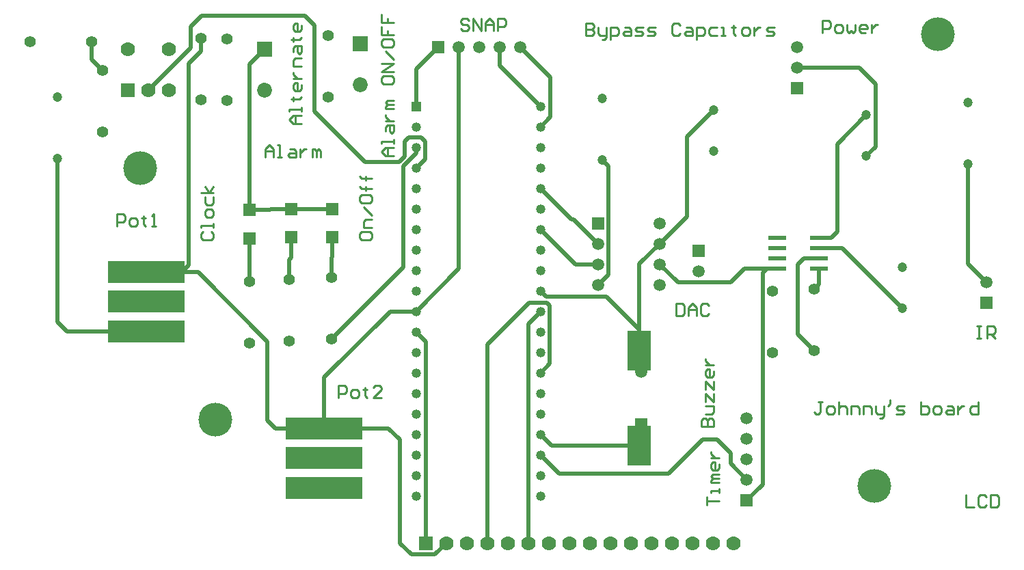
<source format=gtl>
G04*
G04 #@! TF.GenerationSoftware,Altium Limited,Altium Designer,20.0.9 (164)*
G04*
G04 Layer_Physical_Order=1*
G04 Layer_Color=255*
%FSLAX25Y25*%
%MOIN*%
G70*
G01*
G75*
%ADD17C,0.01000*%
%ADD18R,0.37500X0.11000*%
%ADD19R,0.11811X0.19685*%
%ADD20R,0.05906X0.05906*%
%ADD21R,0.08661X0.02362*%
%ADD38C,0.02000*%
%ADD39C,0.07000*%
%ADD40R,0.07000X0.07000*%
%ADD41C,0.16500*%
%ADD42C,0.04724*%
%ADD43C,0.05906*%
%ADD44R,0.05906X0.05906*%
%ADD45C,0.05512*%
%ADD46R,0.04661X0.04661*%
%ADD47C,0.04661*%
%ADD48R,0.07284X0.07284*%
%ADD49C,0.07284*%
%ADD50C,0.06500*%
D17*
X465500Y-156502D02*
X467499D01*
X466500D01*
Y-162500D01*
X465500D01*
X467499D01*
X470498D02*
Y-156502D01*
X473497D01*
X474497Y-157502D01*
Y-159501D01*
X473497Y-160501D01*
X470498D01*
X472498D02*
X474497Y-162500D01*
X331252Y-205250D02*
X337250D01*
Y-202251D01*
X336250Y-201251D01*
X335251D01*
X334251Y-202251D01*
Y-205250D01*
Y-202251D01*
X333251Y-201251D01*
X332252D01*
X331252Y-202251D01*
Y-205250D01*
X333251Y-199252D02*
X336250D01*
X337250Y-198252D01*
Y-195253D01*
X333251D01*
Y-193254D02*
Y-189255D01*
X337250Y-193254D01*
Y-189255D01*
X333251Y-187256D02*
Y-183257D01*
X337250Y-187256D01*
Y-183257D01*
Y-178259D02*
Y-180258D01*
X336250Y-181258D01*
X334251D01*
X333251Y-180258D01*
Y-178259D01*
X334251Y-177259D01*
X335251D01*
Y-181258D01*
X333251Y-175260D02*
X337250D01*
X335251D01*
X334251Y-174260D01*
X333251Y-173260D01*
Y-172261D01*
X318750Y-145252D02*
Y-151250D01*
X321749D01*
X322749Y-150250D01*
Y-146252D01*
X321749Y-145252D01*
X318750D01*
X324748Y-151250D02*
Y-147251D01*
X326747Y-145252D01*
X328747Y-147251D01*
Y-151250D01*
Y-148251D01*
X324748D01*
X334745Y-146252D02*
X333745Y-145252D01*
X331746D01*
X330746Y-146252D01*
Y-150250D01*
X331746Y-151250D01*
X333745D01*
X334745Y-150250D01*
X333752Y-243750D02*
Y-239751D01*
Y-241751D01*
X339750D01*
Y-237752D02*
Y-235753D01*
Y-236752D01*
X335751D01*
Y-237752D01*
X339750Y-232753D02*
X335751D01*
Y-231754D01*
X336751Y-230754D01*
X339750D01*
X336751D01*
X335751Y-229754D01*
X336751Y-228755D01*
X339750D01*
Y-223757D02*
Y-225756D01*
X338750Y-226755D01*
X336751D01*
X335751Y-225756D01*
Y-223757D01*
X336751Y-222757D01*
X337751D01*
Y-226755D01*
X335751Y-220757D02*
X339750D01*
X337751D01*
X336751Y-219758D01*
X335751Y-218758D01*
Y-217758D01*
X164502Y-111501D02*
Y-113500D01*
X165502Y-114500D01*
X169500D01*
X170500Y-113500D01*
Y-111501D01*
X169500Y-110501D01*
X165502D01*
X164502Y-111501D01*
X170500Y-108502D02*
X166501D01*
Y-105503D01*
X167501Y-104503D01*
X170500D01*
Y-102504D02*
X166501Y-98505D01*
X164502Y-93507D02*
Y-95506D01*
X165502Y-96506D01*
X169500D01*
X170500Y-95506D01*
Y-93507D01*
X169500Y-92507D01*
X165502D01*
X164502Y-93507D01*
X170500Y-89508D02*
X165502D01*
X167501D01*
Y-90508D01*
Y-88508D01*
Y-89508D01*
X165502D01*
X164502Y-88508D01*
X170500Y-84510D02*
X165502D01*
X167501D01*
Y-85509D01*
Y-83510D01*
Y-84510D01*
X165502D01*
X164502Y-83510D01*
X118500Y-74000D02*
Y-70001D01*
X120499Y-68002D01*
X122499Y-70001D01*
Y-74000D01*
Y-71001D01*
X118500D01*
X124498Y-74000D02*
X126497D01*
X125498D01*
Y-68002D01*
X124498D01*
X130496Y-70001D02*
X132495D01*
X133495Y-71001D01*
Y-74000D01*
X130496D01*
X129496Y-73000D01*
X130496Y-72001D01*
X133495D01*
X135494Y-70001D02*
Y-74000D01*
Y-72001D01*
X136494Y-71001D01*
X137494Y-70001D01*
X138494D01*
X141493Y-74000D02*
Y-70001D01*
X142492D01*
X143492Y-71001D01*
Y-74000D01*
Y-71001D01*
X144492Y-70001D01*
X145491Y-71001D01*
Y-74000D01*
X88002Y-110501D02*
X87002Y-111501D01*
Y-113500D01*
X88002Y-114500D01*
X92000D01*
X93000Y-113500D01*
Y-111501D01*
X92000Y-110501D01*
X93000Y-108502D02*
Y-106503D01*
Y-107502D01*
X87002D01*
Y-108502D01*
X93000Y-102504D02*
Y-100505D01*
X92000Y-99505D01*
X90001D01*
X89001Y-100505D01*
Y-102504D01*
X90001Y-103504D01*
X92000D01*
X93000Y-102504D01*
X89001Y-93507D02*
Y-96506D01*
X90001Y-97505D01*
X92000D01*
X93000Y-96506D01*
Y-93507D01*
Y-91507D02*
X87002D01*
X91001D02*
X89001Y-88508D01*
X91001Y-91507D02*
X93000Y-88508D01*
X181250Y-73250D02*
X177251D01*
X175252Y-71251D01*
X177251Y-69251D01*
X181250D01*
X178251D01*
Y-73250D01*
X181250Y-67252D02*
Y-65253D01*
Y-66252D01*
X175252D01*
Y-67252D01*
X177251Y-61254D02*
Y-59254D01*
X178251Y-58255D01*
X181250D01*
Y-61254D01*
X180250Y-62253D01*
X179251Y-61254D01*
Y-58255D01*
X177251Y-56256D02*
X181250D01*
X179251D01*
X178251Y-55256D01*
X177251Y-54256D01*
Y-53256D01*
X181250Y-50257D02*
X177251D01*
Y-49258D01*
X178251Y-48258D01*
X181250D01*
X178251D01*
X177251Y-47258D01*
X178251Y-46259D01*
X181250D01*
X175252Y-35262D02*
Y-37262D01*
X176252Y-38261D01*
X180250D01*
X181250Y-37262D01*
Y-35262D01*
X180250Y-34263D01*
X176252D01*
X175252Y-35262D01*
X181250Y-32263D02*
X175252D01*
X181250Y-28264D01*
X175252D01*
X181250Y-26265D02*
X177251Y-22266D01*
X175252Y-17268D02*
Y-19267D01*
X176252Y-20267D01*
X180250D01*
X181250Y-19267D01*
Y-17268D01*
X180250Y-16268D01*
X176252D01*
X175252Y-17268D01*
Y-10270D02*
Y-14269D01*
X178251D01*
Y-12270D01*
Y-14269D01*
X181250D01*
X175252Y-4272D02*
Y-8271D01*
X178251D01*
Y-6272D01*
Y-8271D01*
X181250D01*
X136250Y-57750D02*
X132251D01*
X130252Y-55751D01*
X132251Y-53751D01*
X136250D01*
X133251D01*
Y-57750D01*
X136250Y-51752D02*
Y-49753D01*
Y-50752D01*
X130252D01*
Y-51752D01*
X131252Y-45754D02*
X132251D01*
Y-46754D01*
Y-44754D01*
Y-45754D01*
X135250D01*
X136250Y-44754D01*
Y-38756D02*
Y-40756D01*
X135250Y-41755D01*
X133251D01*
X132251Y-40756D01*
Y-38756D01*
X133251Y-37756D01*
X134251D01*
Y-41755D01*
X132251Y-35757D02*
X136250D01*
X134251D01*
X133251Y-34757D01*
X132251Y-33758D01*
Y-32758D01*
X136250Y-29759D02*
X132251D01*
Y-26760D01*
X133251Y-25760D01*
X136250D01*
X132251Y-22761D02*
Y-20762D01*
X133251Y-19762D01*
X136250D01*
Y-22761D01*
X135250Y-23761D01*
X134251Y-22761D01*
Y-19762D01*
X131252Y-16763D02*
X132251D01*
Y-17763D01*
Y-15764D01*
Y-16763D01*
X135250D01*
X136250Y-15764D01*
Y-9765D02*
Y-11765D01*
X135250Y-12765D01*
X133251D01*
X132251Y-11765D01*
Y-9765D01*
X133251Y-8766D01*
X134251D01*
Y-12765D01*
X274750Y-8753D02*
Y-14751D01*
X277749D01*
X278749Y-13751D01*
Y-12751D01*
X277749Y-11752D01*
X274750D01*
X277749D01*
X278749Y-10752D01*
Y-9752D01*
X277749Y-8753D01*
X274750D01*
X280748Y-10752D02*
Y-13751D01*
X281748Y-14751D01*
X284747D01*
Y-15750D01*
X283747Y-16750D01*
X282747D01*
X284747Y-14751D02*
Y-10752D01*
X286746Y-16750D02*
Y-10752D01*
X289745D01*
X290745Y-11752D01*
Y-13751D01*
X289745Y-14751D01*
X286746D01*
X293744Y-10752D02*
X295743D01*
X296743Y-11752D01*
Y-14751D01*
X293744D01*
X292744Y-13751D01*
X293744Y-12751D01*
X296743D01*
X298742Y-14751D02*
X301741D01*
X302741Y-13751D01*
X301741Y-12751D01*
X299742D01*
X298742Y-11752D01*
X299742Y-10752D01*
X302741D01*
X304740Y-14751D02*
X307739D01*
X308739Y-13751D01*
X307739Y-12751D01*
X305740D01*
X304740Y-11752D01*
X305740Y-10752D01*
X308739D01*
X320735Y-9752D02*
X319735Y-8753D01*
X317736D01*
X316736Y-9752D01*
Y-13751D01*
X317736Y-14751D01*
X319735D01*
X320735Y-13751D01*
X323734Y-10752D02*
X325733D01*
X326733Y-11752D01*
Y-14751D01*
X323734D01*
X322734Y-13751D01*
X323734Y-12751D01*
X326733D01*
X328732Y-16750D02*
Y-10752D01*
X331732D01*
X332731Y-11752D01*
Y-13751D01*
X331732Y-14751D01*
X328732D01*
X338729Y-10752D02*
X335730D01*
X334731Y-11752D01*
Y-13751D01*
X335730Y-14751D01*
X338729D01*
X340729D02*
X342728D01*
X341728D01*
Y-10752D01*
X340729D01*
X346727Y-9752D02*
Y-10752D01*
X345727D01*
X347726D01*
X346727D01*
Y-13751D01*
X347726Y-14751D01*
X351725D02*
X353724D01*
X354724Y-13751D01*
Y-11752D01*
X353724Y-10752D01*
X351725D01*
X350725Y-11752D01*
Y-13751D01*
X351725Y-14751D01*
X356723Y-10752D02*
Y-14751D01*
Y-12751D01*
X357723Y-11752D01*
X358723Y-10752D01*
X359722D01*
X362721Y-14751D02*
X365721D01*
X366720Y-13751D01*
X365721Y-12751D01*
X363721D01*
X362721Y-11752D01*
X363721Y-10752D01*
X366720D01*
X390250Y-13250D02*
Y-7252D01*
X393249D01*
X394249Y-8252D01*
Y-10251D01*
X393249Y-11251D01*
X390250D01*
X397248Y-13250D02*
X399247D01*
X400247Y-12250D01*
Y-10251D01*
X399247Y-9251D01*
X397248D01*
X396248Y-10251D01*
Y-12250D01*
X397248Y-13250D01*
X402246Y-9251D02*
Y-12250D01*
X403246Y-13250D01*
X404246Y-12250D01*
X405245Y-13250D01*
X406245Y-12250D01*
Y-9251D01*
X411243Y-13250D02*
X409244D01*
X408244Y-12250D01*
Y-10251D01*
X409244Y-9251D01*
X411243D01*
X412243Y-10251D01*
Y-11251D01*
X408244D01*
X414242Y-9251D02*
Y-13250D01*
Y-11251D01*
X415242Y-10251D01*
X416242Y-9251D01*
X417241D01*
X217749Y-7252D02*
X216749Y-6252D01*
X214750D01*
X213750Y-7252D01*
Y-8251D01*
X214750Y-9251D01*
X216749D01*
X217749Y-10251D01*
Y-11250D01*
X216749Y-12250D01*
X214750D01*
X213750Y-11250D01*
X219748Y-12250D02*
Y-6252D01*
X223747Y-12250D01*
Y-6252D01*
X225746Y-12250D02*
Y-8251D01*
X227746Y-6252D01*
X229745Y-8251D01*
Y-12250D01*
Y-9251D01*
X225746D01*
X231744Y-12250D02*
Y-6252D01*
X234743D01*
X235743Y-7252D01*
Y-9251D01*
X234743Y-10251D01*
X231744D01*
X460250Y-238752D02*
Y-244750D01*
X464249D01*
X470247Y-239752D02*
X469247Y-238752D01*
X467248D01*
X466248Y-239752D01*
Y-243750D01*
X467248Y-244750D01*
X469247D01*
X470247Y-243750D01*
X472246Y-238752D02*
Y-244750D01*
X475245D01*
X476245Y-243750D01*
Y-239752D01*
X475245Y-238752D01*
X472246D01*
X154250Y-191250D02*
Y-185252D01*
X157249D01*
X158249Y-186252D01*
Y-188251D01*
X157249Y-189251D01*
X154250D01*
X161248Y-191250D02*
X163247D01*
X164247Y-190250D01*
Y-188251D01*
X163247Y-187251D01*
X161248D01*
X160248Y-188251D01*
Y-190250D01*
X161248Y-191250D01*
X167246Y-186252D02*
Y-187251D01*
X166246D01*
X168245D01*
X167246D01*
Y-190250D01*
X168245Y-191250D01*
X175243D02*
X171245D01*
X175243Y-187251D01*
Y-186252D01*
X174243Y-185252D01*
X172244D01*
X171245Y-186252D01*
X46250Y-107750D02*
Y-101752D01*
X49249D01*
X50249Y-102752D01*
Y-104751D01*
X49249Y-105751D01*
X46250D01*
X53248Y-107750D02*
X55247D01*
X56247Y-106750D01*
Y-104751D01*
X55247Y-103751D01*
X53248D01*
X52248Y-104751D01*
Y-106750D01*
X53248Y-107750D01*
X59246Y-102752D02*
Y-103751D01*
X58246D01*
X60246D01*
X59246D01*
Y-106750D01*
X60246Y-107750D01*
X63244D02*
X65244D01*
X64244D01*
Y-101752D01*
X63244Y-102752D01*
X390249Y-193253D02*
X388249D01*
X389249D01*
Y-198251D01*
X388249Y-199251D01*
X387250D01*
X386250Y-198251D01*
X393248Y-199251D02*
X395247D01*
X396247Y-198251D01*
Y-196252D01*
X395247Y-195252D01*
X393248D01*
X392248Y-196252D01*
Y-198251D01*
X393248Y-199251D01*
X398246Y-193253D02*
Y-199251D01*
Y-196252D01*
X399246Y-195252D01*
X401245D01*
X402245Y-196252D01*
Y-199251D01*
X404244D02*
Y-195252D01*
X407243D01*
X408243Y-196252D01*
Y-199251D01*
X410242D02*
Y-195252D01*
X413241D01*
X414241Y-196252D01*
Y-199251D01*
X416240Y-195252D02*
Y-198251D01*
X417240Y-199251D01*
X420239D01*
Y-200250D01*
X419239Y-201250D01*
X418240D01*
X420239Y-199251D02*
Y-195252D01*
X423238Y-192253D02*
Y-194252D01*
X422238Y-195252D01*
X426237Y-199251D02*
X429236D01*
X430236Y-198251D01*
X429236Y-197251D01*
X427237D01*
X426237Y-196252D01*
X427237Y-195252D01*
X430236D01*
X438233Y-193253D02*
Y-199251D01*
X441232D01*
X442232Y-198251D01*
Y-197251D01*
Y-196252D01*
X441232Y-195252D01*
X438233D01*
X445231Y-199251D02*
X447230D01*
X448230Y-198251D01*
Y-196252D01*
X447230Y-195252D01*
X445231D01*
X444231Y-196252D01*
Y-198251D01*
X445231Y-199251D01*
X451229Y-195252D02*
X453228D01*
X454228Y-196252D01*
Y-199251D01*
X451229D01*
X450229Y-198251D01*
X451229Y-197251D01*
X454228D01*
X456227Y-195252D02*
Y-199251D01*
Y-197251D01*
X457227Y-196252D01*
X458227Y-195252D01*
X459226D01*
X466224Y-193253D02*
Y-199251D01*
X463225D01*
X462225Y-198251D01*
Y-196252D01*
X463225Y-195252D01*
X466224D01*
D18*
X60500Y-159000D02*
D03*
Y-144500D02*
D03*
Y-130000D02*
D03*
X147250Y-206250D02*
D03*
Y-220750D02*
D03*
Y-235250D02*
D03*
D19*
X300805Y-214683D02*
D03*
Y-168226D02*
D03*
D20*
X110750Y-113640D02*
D03*
Y-99860D02*
D03*
X131250Y-113140D02*
D03*
Y-99360D02*
D03*
X151250Y-113030D02*
D03*
Y-99250D02*
D03*
X377750Y-40250D02*
D03*
X329750Y-119750D02*
D03*
X301750Y-204250D02*
D03*
X353250Y-241250D02*
D03*
X470000Y-145000D02*
D03*
D21*
X368014Y-128250D02*
D03*
Y-123250D02*
D03*
Y-118250D02*
D03*
Y-113250D02*
D03*
X388486D02*
D03*
Y-118250D02*
D03*
Y-123250D02*
D03*
Y-128250D02*
D03*
D38*
X300805Y-214683D02*
Y-209950D01*
X301750Y-209005D01*
Y-204250D01*
X150750Y-132750D02*
Y-123150D01*
X151250Y-122650D01*
Y-113030D01*
X130250Y-133750D02*
Y-123950D01*
X131250Y-122950D01*
Y-113140D01*
X110750Y-134750D02*
Y-113640D01*
X131250Y-99360D02*
X141150D01*
X141260Y-99250D01*
X151250D01*
X110750Y-99860D02*
X120750D01*
X121250Y-99360D01*
X131250D01*
X301750Y-178659D02*
Y-173950D01*
X300805Y-173005D02*
X301750Y-173950D01*
X300805Y-173005D02*
Y-168226D01*
X282750Y-75250D02*
X285750Y-78250D01*
Y-131250D02*
Y-78250D01*
X280750Y-136250D02*
X285750Y-131250D01*
X196750Y-262250D02*
Y-163998D01*
X192002Y-159250D02*
X196750Y-163998D01*
X381250Y-123250D02*
X388486D01*
X378250Y-126250D02*
X381250Y-123250D01*
X378250Y-160250D02*
Y-126250D01*
Y-160250D02*
X386250Y-168250D01*
Y-138250D02*
X388486Y-136014D01*
Y-128250D01*
X246750Y-155250D02*
X252750Y-149250D01*
X246750Y-262250D02*
Y-155250D01*
X362950Y-128250D02*
X368014D01*
X360950Y-130250D02*
X362950Y-128250D01*
X360950Y-233550D02*
Y-130250D01*
X353250Y-241250D02*
X360950Y-233550D01*
X300805Y-126195D02*
X310750Y-116250D01*
X192002Y-30998D02*
X202750Y-20250D01*
X192002Y-49250D02*
Y-30998D01*
X397450Y-67550D02*
X411500Y-53500D01*
X397450Y-110250D02*
Y-67550D01*
X394450Y-113250D02*
X397450Y-110250D01*
X388486Y-113250D02*
X394450D01*
X17250Y-154500D02*
Y-74750D01*
Y-154500D02*
X21750Y-159000D01*
X232750Y-29250D02*
X252750Y-49250D01*
X232750Y-29250D02*
Y-20250D01*
X377750Y-30250D02*
X407950D01*
X415950Y-38250D01*
Y-69050D02*
Y-38250D01*
X411500Y-73500D02*
X415950Y-69050D01*
X60500Y-130000D02*
X77750D01*
X81050Y-126700D01*
Y-28450D01*
X87000Y-22500D01*
Y-16000D01*
X158500Y-220750D02*
X158750Y-221000D01*
X147250Y-220750D02*
X158500D01*
X201250Y-267750D02*
X206750Y-262250D01*
X189650Y-267750D02*
X201250D01*
X184150Y-262250D02*
X189650Y-267750D01*
X184150Y-262250D02*
Y-211850D01*
X178550Y-206250D02*
X184150Y-211850D01*
X192002Y-149250D02*
X212750Y-128502D01*
Y-20250D01*
X399750Y-118250D02*
X429250Y-147750D01*
X388486Y-118250D02*
X399750D01*
X252750Y-139250D02*
X255419Y-141919D01*
X284619D01*
X300805Y-158105D01*
X192002Y-79250D02*
X196350Y-74902D01*
Y-66250D01*
X194350Y-64250D02*
X196350Y-66250D01*
X188350Y-64250D02*
X194350D01*
X186350Y-66250D02*
X188350Y-64250D01*
X186350Y-73607D02*
Y-66250D01*
X183707Y-76250D02*
X186350Y-73607D01*
X166950Y-76250D02*
X183707D01*
X142550Y-51850D02*
X166950Y-76250D01*
X142550Y-51850D02*
Y-9750D01*
X137750Y-4950D02*
X142550Y-9750D01*
X87450Y-4950D02*
X137750D01*
X82150Y-10250D02*
X87450Y-4950D01*
X82150Y-20850D02*
Y-10250D01*
X61500Y-41500D02*
X82150Y-20850D01*
X192002Y-72198D02*
Y-69250D01*
X185850Y-78350D02*
X192002Y-72198D01*
X185850Y-127650D02*
Y-78350D01*
X150750Y-162750D02*
X185850Y-127650D01*
X252750Y-109250D02*
X269750Y-126250D01*
X280750D01*
X252750Y-89250D02*
X267750Y-104250D01*
X268750D01*
X280750Y-116250D01*
X242750Y-20250D02*
X257550Y-35050D01*
Y-54450D02*
Y-35050D01*
X252750Y-59250D02*
X257550Y-54450D01*
X252750Y-209250D02*
X258183Y-214683D01*
X300805D01*
X252750Y-219250D02*
X261850Y-228350D01*
X315050D01*
X331850Y-211550D01*
X338750D01*
X345450Y-218250D01*
Y-223450D02*
Y-218250D01*
Y-223450D02*
X353250Y-231250D01*
X226750Y-262250D02*
Y-165250D01*
X247081Y-144919D01*
X255819D01*
X257150Y-146250D01*
Y-174850D02*
Y-146250D01*
X252750Y-179250D02*
X257150Y-174850D01*
X33750Y-26250D02*
X39250Y-31750D01*
X33750Y-26250D02*
Y-17750D01*
X310750Y-116250D02*
X324050Y-102950D01*
Y-63950D01*
X337000Y-51000D01*
X461000Y-126000D02*
X470000Y-135000D01*
X461000Y-126000D02*
Y-77500D01*
X110750Y-28750D02*
X118250Y-21250D01*
X110750Y-99860D02*
Y-28750D01*
X310750Y-126250D02*
X319650Y-135150D01*
X345350D01*
X352250Y-128250D01*
X179350Y-149250D02*
X192002D01*
X147250Y-181350D02*
X179350Y-149250D01*
X147250Y-206250D02*
Y-181350D01*
X123550Y-206250D02*
X147250D01*
X119550Y-202250D02*
X123550Y-206250D01*
X119550Y-202250D02*
Y-163950D01*
X85600Y-130000D02*
X119550Y-163950D01*
X49000Y-144500D02*
Y-144250D01*
Y-144500D02*
X60500D01*
X21750Y-159000D02*
X60500D01*
X147250Y-235250D02*
X158750D01*
Y-236000D02*
Y-235250D01*
X300805Y-168226D02*
Y-158105D01*
Y-126195D01*
X49000Y-130000D02*
X60500D01*
X49000D02*
Y-129250D01*
X77750Y-130000D02*
X85600D01*
X147250Y-206250D02*
X178550D01*
X352250Y-128250D02*
X362950D01*
D39*
X71500Y-21500D02*
D03*
X51500D02*
D03*
X71500Y-41500D02*
D03*
X61500D02*
D03*
X206750Y-262250D02*
D03*
X216750D02*
D03*
X226750D02*
D03*
X236750D02*
D03*
X246750D02*
D03*
X256750D02*
D03*
X266750D02*
D03*
X276750D02*
D03*
X286750D02*
D03*
X296750D02*
D03*
X306750D02*
D03*
X316750D02*
D03*
X326750D02*
D03*
X336750D02*
D03*
X346750D02*
D03*
D40*
X51500Y-41500D02*
D03*
X196750Y-262250D02*
D03*
D41*
X446500Y-14000D02*
D03*
X57500Y-79500D02*
D03*
X94000Y-202000D02*
D03*
X415500Y-234500D02*
D03*
D42*
X429250Y-147750D02*
D03*
Y-127750D02*
D03*
X411500Y-53500D02*
D03*
Y-73500D02*
D03*
X337000Y-51000D02*
D03*
Y-71000D02*
D03*
X461000Y-47500D02*
D03*
Y-77500D02*
D03*
X282750Y-75250D02*
D03*
Y-45250D02*
D03*
X17250Y-44750D02*
D03*
Y-74750D02*
D03*
D43*
X377750Y-30250D02*
D03*
Y-20250D02*
D03*
X242750D02*
D03*
X232750D02*
D03*
X222750D02*
D03*
X212750D02*
D03*
X280750Y-116250D02*
D03*
Y-126250D02*
D03*
Y-136250D02*
D03*
X310750Y-106250D02*
D03*
Y-116250D02*
D03*
Y-126250D02*
D03*
Y-136250D02*
D03*
X329750Y-129750D02*
D03*
X301750Y-178659D02*
D03*
X353250Y-201250D02*
D03*
Y-211250D02*
D03*
Y-221250D02*
D03*
Y-231250D02*
D03*
X470000Y-135000D02*
D03*
D44*
X202750Y-20250D02*
D03*
X280750Y-106250D02*
D03*
D45*
X39250Y-61750D02*
D03*
Y-31750D02*
D03*
X33750Y-17750D02*
D03*
X3750D02*
D03*
X87000Y-46000D02*
D03*
Y-16000D02*
D03*
X99750Y-46250D02*
D03*
Y-16250D02*
D03*
X149250Y-44750D02*
D03*
Y-14750D02*
D03*
X110750Y-164750D02*
D03*
Y-134750D02*
D03*
X365750Y-139250D02*
D03*
Y-169250D02*
D03*
X386250Y-168250D02*
D03*
Y-138250D02*
D03*
X130250Y-163750D02*
D03*
Y-133750D02*
D03*
X150750Y-162750D02*
D03*
Y-132750D02*
D03*
D46*
X192002Y-49250D02*
D03*
D47*
Y-59250D02*
D03*
Y-69250D02*
D03*
Y-79250D02*
D03*
Y-89250D02*
D03*
Y-99250D02*
D03*
Y-109250D02*
D03*
Y-119250D02*
D03*
Y-129250D02*
D03*
Y-139250D02*
D03*
Y-149250D02*
D03*
Y-159250D02*
D03*
Y-169250D02*
D03*
Y-179250D02*
D03*
Y-189250D02*
D03*
Y-199250D02*
D03*
Y-209250D02*
D03*
Y-219250D02*
D03*
Y-229250D02*
D03*
Y-239250D02*
D03*
X252750D02*
D03*
Y-229250D02*
D03*
Y-219250D02*
D03*
Y-209250D02*
D03*
Y-199250D02*
D03*
Y-189250D02*
D03*
Y-179250D02*
D03*
Y-169250D02*
D03*
Y-159250D02*
D03*
Y-149250D02*
D03*
Y-139250D02*
D03*
Y-129250D02*
D03*
Y-119250D02*
D03*
Y-109250D02*
D03*
Y-99250D02*
D03*
Y-89250D02*
D03*
Y-79250D02*
D03*
Y-69250D02*
D03*
Y-59250D02*
D03*
Y-49250D02*
D03*
D48*
X118250Y-21250D02*
D03*
X164750Y-18750D02*
D03*
D49*
X118250Y-41250D02*
D03*
X164750Y-38750D02*
D03*
D50*
X49000Y-159250D02*
D03*
Y-144250D02*
D03*
Y-129250D02*
D03*
X158750Y-206000D02*
D03*
Y-221000D02*
D03*
Y-236000D02*
D03*
M02*

</source>
